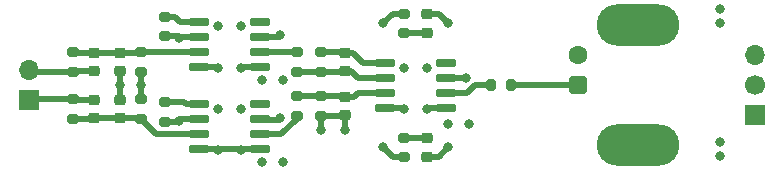
<source format=gbr>
%TF.GenerationSoftware,KiCad,Pcbnew,(6.0.10)*%
%TF.CreationDate,2023-06-04T13:07:17-04:00*%
%TF.ProjectId,diff-probe,64696666-2d70-4726-9f62-652e6b696361,A*%
%TF.SameCoordinates,PX1f78a40PY3750280*%
%TF.FileFunction,Copper,L1,Top*%
%TF.FilePolarity,Positive*%
%FSLAX46Y46*%
G04 Gerber Fmt 4.6, Leading zero omitted, Abs format (unit mm)*
G04 Created by KiCad (PCBNEW (6.0.10)) date 2023-06-04 13:07:17*
%MOMM*%
%LPD*%
G01*
G04 APERTURE LIST*
G04 Aperture macros list*
%AMRoundRect*
0 Rectangle with rounded corners*
0 $1 Rounding radius*
0 $2 $3 $4 $5 $6 $7 $8 $9 X,Y pos of 4 corners*
0 Add a 4 corners polygon primitive as box body*
4,1,4,$2,$3,$4,$5,$6,$7,$8,$9,$2,$3,0*
0 Add four circle primitives for the rounded corners*
1,1,$1+$1,$2,$3*
1,1,$1+$1,$4,$5*
1,1,$1+$1,$6,$7*
1,1,$1+$1,$8,$9*
0 Add four rect primitives between the rounded corners*
20,1,$1+$1,$2,$3,$4,$5,0*
20,1,$1+$1,$4,$5,$6,$7,0*
20,1,$1+$1,$6,$7,$8,$9,0*
20,1,$1+$1,$8,$9,$2,$3,0*%
%AMHorizOval*
0 Thick line with rounded ends*
0 $1 width*
0 $2 $3 position (X,Y) of the first rounded end (center of the circle)*
0 $4 $5 position (X,Y) of the second rounded end (center of the circle)*
0 Add line between two ends*
20,1,$1,$2,$3,$4,$5,0*
0 Add two circle primitives to create the rounded ends*
1,1,$1,$2,$3*
1,1,$1,$4,$5*%
G04 Aperture macros list end*
%TA.AperFunction,SMDPad,CuDef*%
%ADD10RoundRect,0.200000X0.275000X-0.200000X0.275000X0.200000X-0.275000X0.200000X-0.275000X-0.200000X0*%
%TD*%
%TA.AperFunction,SMDPad,CuDef*%
%ADD11RoundRect,0.200000X-0.275000X0.200000X-0.275000X-0.200000X0.275000X-0.200000X0.275000X0.200000X0*%
%TD*%
%TA.AperFunction,SMDPad,CuDef*%
%ADD12RoundRect,0.218750X-0.256250X0.218750X-0.256250X-0.218750X0.256250X-0.218750X0.256250X0.218750X0*%
%TD*%
%TA.AperFunction,ComponentPad*%
%ADD13O,7.000000X3.500000*%
%TD*%
%TA.AperFunction,ComponentPad*%
%ADD14RoundRect,0.400000X-0.400000X0.400000X-0.400000X-0.400000X0.400000X-0.400000X0.400000X0.400000X0*%
%TD*%
%TA.AperFunction,ComponentPad*%
%ADD15C,1.600000*%
%TD*%
%TA.AperFunction,SMDPad,CuDef*%
%ADD16RoundRect,0.150000X-0.725000X-0.150000X0.725000X-0.150000X0.725000X0.150000X-0.725000X0.150000X0*%
%TD*%
%TA.AperFunction,SMDPad,CuDef*%
%ADD17RoundRect,0.225000X-0.250000X0.225000X-0.250000X-0.225000X0.250000X-0.225000X0.250000X0.225000X0*%
%TD*%
%TA.AperFunction,SMDPad,CuDef*%
%ADD18RoundRect,0.225000X0.250000X-0.225000X0.250000X0.225000X-0.250000X0.225000X-0.250000X-0.225000X0*%
%TD*%
%TA.AperFunction,ComponentPad*%
%ADD19R,1.700000X1.700000*%
%TD*%
%TA.AperFunction,ComponentPad*%
%ADD20O,1.700000X1.700000*%
%TD*%
%TA.AperFunction,SMDPad,CuDef*%
%ADD21RoundRect,0.200000X-0.200000X-0.275000X0.200000X-0.275000X0.200000X0.275000X-0.200000X0.275000X0*%
%TD*%
%TA.AperFunction,ComponentPad*%
%ADD22HorizOval,1.700000X0.000000X0.000000X0.000000X0.000000X0*%
%TD*%
%TA.AperFunction,ViaPad*%
%ADD23C,0.800000*%
%TD*%
%TA.AperFunction,Conductor*%
%ADD24C,0.500000*%
%TD*%
G04 APERTURE END LIST*
D10*
%TO.P,R21,1*%
%TO.N,VSS*%
X33750000Y1925000D03*
%TO.P,R21,2*%
%TO.N,Net-(D21-Pad1)*%
X33750000Y3575000D03*
%TD*%
D11*
%TO.P,R20,1*%
%TO.N,VDD*%
X33750000Y14075000D03*
%TO.P,R20,2*%
%TO.N,Net-(D20-Pad2)*%
X33750000Y12425000D03*
%TD*%
D12*
%TO.P,D21,2,A*%
%TO.N,GND*%
X35750000Y1962500D03*
%TO.P,D21,1,K*%
%TO.N,Net-(D21-Pad1)*%
X35750000Y3537500D03*
%TD*%
%TO.P,D20,2,A*%
%TO.N,Net-(D20-Pad2)*%
X35712500Y12462500D03*
%TO.P,D20,1,K*%
%TO.N,GND*%
X35712500Y14037500D03*
%TD*%
D13*
%TO.P,J2,*%
%TO.N,*%
X53580000Y2920000D03*
X53580000Y13080000D03*
D14*
%TO.P,J2,1,In*%
%TO.N,/OUT*%
X48500000Y8000000D03*
D15*
%TO.P,J2,2,Ext*%
%TO.N,GND*%
X48500000Y10540000D03*
%TD*%
D16*
%TO.P,U1,1,FB*%
%TO.N,Net-(R5-Pad2)*%
X16425000Y6405000D03*
%TO.P,U1,2,-*%
%TO.N,/FB_POS*%
X16425000Y5135000D03*
%TO.P,U1,3,+*%
%TO.N,/ATTEN_POS*%
X16425000Y3865000D03*
%TO.P,U1,4,V-*%
%TO.N,VSS*%
X16425000Y2595000D03*
%TO.P,U1,5,V-*%
X21575000Y2595000D03*
%TO.P,U1,6*%
%TO.N,/BUF_POS*%
X21575000Y3865000D03*
%TO.P,U1,7,V+*%
%TO.N,VDD*%
X21575000Y5135000D03*
%TO.P,U1,8,~{SHDN}*%
%TO.N,unconnected-(U1-Pad8)*%
X21575000Y6405000D03*
%TD*%
D10*
%TO.P,R3,1*%
%TO.N,/IN_NEG*%
X5750000Y9175000D03*
%TO.P,R3,2*%
%TO.N,/ATTEN_NEG*%
X5750000Y10825000D03*
%TD*%
D17*
%TO.P,C4,1*%
%TO.N,/ATTEN_NEG*%
X9750000Y10775000D03*
%TO.P,C4,2*%
%TO.N,GND*%
X9750000Y9225000D03*
%TD*%
D11*
%TO.P,R7,1*%
%TO.N,Net-(R7-Pad1)*%
X13500000Y13825000D03*
%TO.P,R7,2*%
%TO.N,/FB_NEG*%
X13500000Y12175000D03*
%TD*%
D18*
%TO.P,C6,1*%
%TO.N,/DIFF_NEG*%
X28750000Y9225000D03*
%TO.P,C6,2*%
%TO.N,Net-(C6-Pad2)*%
X28750000Y10775000D03*
%TD*%
D17*
%TO.P,C1,1*%
%TO.N,/IN_POS*%
X7500000Y6775000D03*
%TO.P,C1,2*%
%TO.N,/ATTEN_POS*%
X7500000Y5225000D03*
%TD*%
D10*
%TO.P,R4,1*%
%TO.N,GND*%
X11500000Y9175000D03*
%TO.P,R4,2*%
%TO.N,/ATTEN_NEG*%
X11500000Y10825000D03*
%TD*%
D11*
%TO.P,R2,1*%
%TO.N,GND*%
X11500000Y6825000D03*
%TO.P,R2,2*%
%TO.N,/ATTEN_POS*%
X11500000Y5175000D03*
%TD*%
D16*
%TO.P,U2,1,FB*%
%TO.N,Net-(R7-Pad1)*%
X16425000Y13405000D03*
%TO.P,U2,2,-*%
%TO.N,/FB_NEG*%
X16425000Y12135000D03*
%TO.P,U2,3,+*%
%TO.N,/ATTEN_NEG*%
X16425000Y10865000D03*
%TO.P,U2,4,V-*%
%TO.N,VSS*%
X16425000Y9595000D03*
%TO.P,U2,5,V-*%
X21575000Y9595000D03*
%TO.P,U2,6*%
%TO.N,/BUF_NEG*%
X21575000Y10865000D03*
%TO.P,U2,7,V+*%
%TO.N,VDD*%
X21575000Y12135000D03*
%TO.P,U2,8,~{SHDN}*%
%TO.N,unconnected-(U2-Pad8)*%
X21575000Y13405000D03*
%TD*%
D18*
%TO.P,C2,1*%
%TO.N,/ATTEN_POS*%
X9750000Y5225000D03*
%TO.P,C2,2*%
%TO.N,GND*%
X9750000Y6775000D03*
%TD*%
D17*
%TO.P,C5,1*%
%TO.N,/DIFF_POS*%
X28750000Y7025000D03*
%TO.P,C5,2*%
%TO.N,GND*%
X28750000Y5475000D03*
%TD*%
D11*
%TO.P,R9,1*%
%TO.N,/DIFF_POS*%
X26750000Y7075000D03*
%TO.P,R9,2*%
%TO.N,GND*%
X26750000Y5425000D03*
%TD*%
%TO.P,R1,1*%
%TO.N,/IN_POS*%
X5750000Y6825000D03*
%TO.P,R1,2*%
%TO.N,/ATTEN_POS*%
X5750000Y5175000D03*
%TD*%
D10*
%TO.P,R11,1*%
%TO.N,/DIFF_NEG*%
X26750000Y9175000D03*
%TO.P,R11,2*%
%TO.N,Net-(C6-Pad2)*%
X26750000Y10825000D03*
%TD*%
D19*
%TO.P,J1,1,Pin_1*%
%TO.N,/IN_POS*%
X2000000Y6730000D03*
D20*
%TO.P,J1,2,Pin_2*%
%TO.N,/IN_NEG*%
X2000000Y9270000D03*
%TD*%
D10*
%TO.P,R8,1*%
%TO.N,/BUF_POS*%
X24750000Y5425000D03*
%TO.P,R8,2*%
%TO.N,/DIFF_POS*%
X24750000Y7075000D03*
%TD*%
D21*
%TO.P,R12,1*%
%TO.N,/DIFF*%
X41175000Y8000000D03*
%TO.P,R12,2*%
%TO.N,/OUT*%
X42825000Y8000000D03*
%TD*%
D18*
%TO.P,C3,1*%
%TO.N,/IN_NEG*%
X7500000Y9225000D03*
%TO.P,C3,2*%
%TO.N,/ATTEN_NEG*%
X7500000Y10775000D03*
%TD*%
D11*
%TO.P,R10,1*%
%TO.N,/BUF_NEG*%
X24750000Y10825000D03*
%TO.P,R10,2*%
%TO.N,/DIFF_NEG*%
X24750000Y9175000D03*
%TD*%
D10*
%TO.P,R5,1*%
%TO.N,/FB_POS*%
X13500000Y4925000D03*
%TO.P,R5,2*%
%TO.N,Net-(R5-Pad2)*%
X13500000Y6575000D03*
%TD*%
D16*
%TO.P,U3,1,FB*%
%TO.N,Net-(C6-Pad2)*%
X32175000Y9905000D03*
%TO.P,U3,2,-*%
%TO.N,/DIFF_NEG*%
X32175000Y8635000D03*
%TO.P,U3,3,+*%
%TO.N,/DIFF_POS*%
X32175000Y7365000D03*
%TO.P,U3,4,V-*%
%TO.N,VSS*%
X32175000Y6095000D03*
%TO.P,U3,5,V-*%
X37325000Y6095000D03*
%TO.P,U3,6*%
%TO.N,/DIFF*%
X37325000Y7365000D03*
%TO.P,U3,7,V+*%
%TO.N,VDD*%
X37325000Y8635000D03*
%TO.P,U3,8,~{SHDN}*%
%TO.N,unconnected-(U3-Pad8)*%
X37325000Y9905000D03*
%TD*%
D19*
%TO.P,J3,1,Pin_1*%
%TO.N,/NEG*%
X63500000Y5460000D03*
D22*
%TO.P,J3,2,Pin_2*%
%TO.N,GND*%
X63500000Y8000000D03*
D20*
%TO.P,J3,3,Pin_3*%
%TO.N,/POS*%
X63500000Y10540000D03*
%TD*%
D23*
%TO.N,GND*%
X39250000Y4750000D03*
X18000000Y13000000D03*
X9750000Y8000000D03*
X23500000Y1500000D03*
X21750000Y1500000D03*
X20000000Y6000000D03*
X23500000Y8500000D03*
X21750000Y8500000D03*
X26750000Y4250000D03*
X37500000Y4750000D03*
X28750000Y4250000D03*
X18000000Y6000000D03*
X37500000Y13250000D03*
X37500000Y2750000D03*
X33750000Y9500000D03*
X35750000Y9500000D03*
X20000000Y13000000D03*
X11500000Y8000000D03*
%TO.N,VSS*%
X32000000Y2750000D03*
X60500000Y3250000D03*
X18000000Y2500000D03*
X20000000Y9500000D03*
X60500000Y2000000D03*
X18000000Y9500000D03*
X35750000Y6000000D03*
X20000000Y2500000D03*
X33750000Y6000000D03*
%TO.N,VDD*%
X60500000Y14500000D03*
X23250000Y5250000D03*
X39000000Y8600000D03*
X32000000Y13250000D03*
X60500000Y13250000D03*
X23250000Y12250000D03*
%TO.N,/FB_POS*%
X14750000Y5000000D03*
%TO.N,/FB_NEG*%
X14750000Y12000000D03*
%TD*%
D24*
%TO.N,GND*%
X36712500Y1962500D02*
X37500000Y2750000D01*
X35750000Y1962500D02*
X36712500Y1962500D01*
%TO.N,VSS*%
X32825000Y1925000D02*
X33750000Y1925000D01*
X32000000Y2750000D02*
X32825000Y1925000D01*
%TO.N,GND*%
X36712500Y14037500D02*
X37500000Y13250000D01*
X35712500Y14037500D02*
X36712500Y14037500D01*
%TO.N,VDD*%
X32825000Y14075000D02*
X32000000Y13250000D01*
X33750000Y14075000D02*
X32825000Y14075000D01*
%TO.N,Net-(D21-Pad1)*%
X35712500Y3575000D02*
X35750000Y3537500D01*
X33750000Y3575000D02*
X35712500Y3575000D01*
%TO.N,Net-(D20-Pad2)*%
X35675000Y12425000D02*
X35712500Y12462500D01*
X33750000Y12425000D02*
X35675000Y12425000D01*
%TO.N,Net-(R7-Pad1)*%
X14845000Y13405000D02*
X16425000Y13405000D01*
X14425000Y13825000D02*
X14845000Y13405000D01*
X13500000Y13825000D02*
X14425000Y13825000D01*
%TO.N,/FB_NEG*%
X14575000Y12175000D02*
X14750000Y12000000D01*
X13500000Y12175000D02*
X14575000Y12175000D01*
%TO.N,/OUT*%
X42825000Y8000000D02*
X48500000Y8000000D01*
%TO.N,/IN_POS*%
X5750000Y6825000D02*
X2050000Y6825000D01*
X7500000Y6775000D02*
X5800000Y6775000D01*
%TO.N,/ATTEN_POS*%
X12810000Y3865000D02*
X16425000Y3865000D01*
X7500000Y5225000D02*
X11450000Y5225000D01*
X11500000Y5175000D02*
X12810000Y3865000D01*
X5750000Y5175000D02*
X7450000Y5175000D01*
%TO.N,GND*%
X28750000Y5475000D02*
X28750000Y4250000D01*
X11500000Y9175000D02*
X11500000Y8100000D01*
X26675000Y5425000D02*
X28700000Y5425000D01*
X9750000Y9225000D02*
X9750000Y8050000D01*
X26750000Y5425000D02*
X26750000Y4250000D01*
X9750000Y6775000D02*
X9750000Y7950000D01*
X11500000Y6825000D02*
X11500000Y7900000D01*
%TO.N,/IN_NEG*%
X5705000Y9170000D02*
X1855000Y9170000D01*
X7455000Y9220000D02*
X5755000Y9220000D01*
%TO.N,/ATTEN_NEG*%
X7500000Y10775000D02*
X11450000Y10775000D01*
X7455000Y10770000D02*
X5755000Y10770000D01*
X13865000Y10865000D02*
X16425000Y10865000D01*
X11500000Y10825000D02*
X13825000Y10825000D01*
X13825000Y10825000D02*
X13865000Y10865000D01*
%TO.N,VSS*%
X18000000Y2595000D02*
X20000000Y2595000D01*
X16425000Y2595000D02*
X18000000Y2595000D01*
X32175000Y6095000D02*
X33655000Y6095000D01*
X33655000Y6095000D02*
X33750000Y6000000D01*
X35845000Y6095000D02*
X35750000Y6000000D01*
X37325000Y6095000D02*
X35845000Y6095000D01*
X17750000Y9500000D02*
X17655000Y9595000D01*
X20000000Y2595000D02*
X21575000Y2595000D01*
X21575000Y9595000D02*
X20345000Y9595000D01*
X20345000Y9595000D02*
X20250000Y9500000D01*
X17655000Y9595000D02*
X16425000Y9595000D01*
%TO.N,VDD*%
X39000000Y8600000D02*
X37360000Y8600000D01*
X23200000Y5100000D02*
X21610000Y5100000D01*
X23135000Y12135000D02*
X23250000Y12250000D01*
X21575000Y12135000D02*
X23135000Y12135000D01*
%TO.N,/FB_POS*%
X14750000Y5000000D02*
X14885000Y5135000D01*
X14675000Y4925000D02*
X14750000Y5000000D01*
X13500000Y4925000D02*
X14675000Y4925000D01*
X14885000Y5135000D02*
X16425000Y5135000D01*
%TO.N,Net-(R5-Pad2)*%
X15345000Y6405000D02*
X15175000Y6575000D01*
X16425000Y6405000D02*
X15345000Y6405000D01*
X15175000Y6575000D02*
X13500000Y6575000D01*
%TO.N,/FB_NEG*%
X14885000Y12135000D02*
X16425000Y12135000D01*
X14750000Y12000000D02*
X14885000Y12135000D01*
%TO.N,/BUF_POS*%
X24675000Y5175000D02*
X24675000Y5425000D01*
X21575000Y3865000D02*
X23365000Y3865000D01*
X23365000Y3865000D02*
X24675000Y5175000D01*
%TO.N,/DIFF_POS*%
X26675000Y7075000D02*
X28700000Y7075000D01*
X24675000Y7075000D02*
X26675000Y7075000D01*
X29865000Y7365000D02*
X32175000Y7365000D01*
X28750000Y7025000D02*
X29525000Y7025000D01*
X29525000Y7025000D02*
X29865000Y7365000D01*
%TO.N,/BUF_NEG*%
X23635000Y10865000D02*
X23675000Y10825000D01*
X23675000Y10825000D02*
X24675000Y10825000D01*
X23635000Y10865000D02*
X21575000Y10865000D01*
%TO.N,/DIFF_NEG*%
X29275000Y9225000D02*
X29865000Y8635000D01*
X28750000Y9225000D02*
X29275000Y9225000D01*
X24675000Y9175000D02*
X26675000Y9175000D01*
X26675000Y9175000D02*
X28700000Y9175000D01*
X29865000Y8635000D02*
X32175000Y8635000D01*
%TO.N,/DIFF*%
X39115000Y7365000D02*
X39750000Y8000000D01*
X37325000Y7365000D02*
X39115000Y7365000D01*
X39750000Y8000000D02*
X41175000Y8000000D01*
%TO.N,Net-(C6-Pad2)*%
X28750000Y10775000D02*
X29475000Y10775000D01*
X26675000Y10825000D02*
X28700000Y10825000D01*
X30345000Y9905000D02*
X32175000Y9905000D01*
X29475000Y10775000D02*
X30345000Y9905000D01*
%TD*%
M02*

</source>
